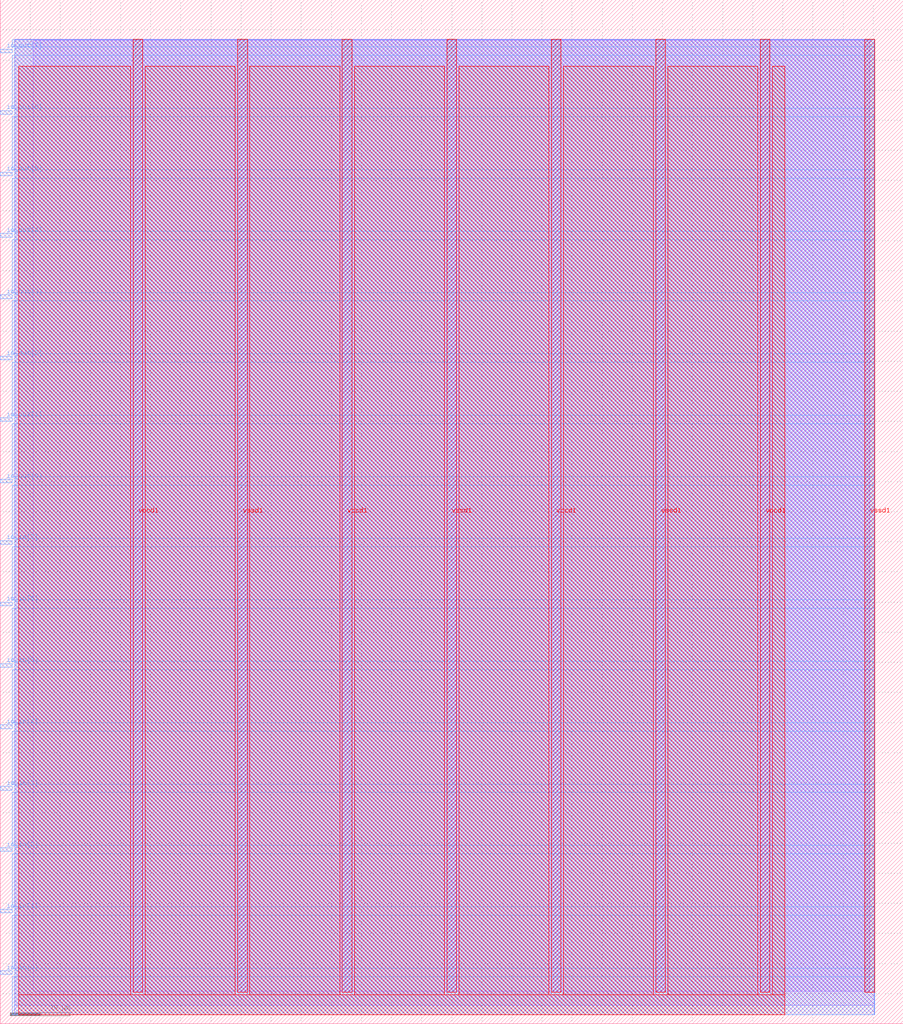
<source format=lef>
VERSION 5.7 ;
  NOWIREEXTENSIONATPIN ON ;
  DIVIDERCHAR "/" ;
  BUSBITCHARS "[]" ;
MACRO option22
  CLASS BLOCK ;
  FOREIGN option22 ;
  ORIGIN 0.000 0.000 ;
  SIZE 150.000 BY 170.000 ;
  PIN io_in[0]
    DIRECTION INPUT ;
    USE SIGNAL ;
    PORT
      LAYER met3 ;
        RECT 0.000 8.200 2.000 8.800 ;
    END
  END io_in[0]
  PIN io_in[1]
    DIRECTION INPUT ;
    USE SIGNAL ;
    PORT
      LAYER met3 ;
        RECT 0.000 18.400 2.000 19.000 ;
    END
  END io_in[1]
  PIN io_in[2]
    DIRECTION INPUT ;
    USE SIGNAL ;
    PORT
      LAYER met3 ;
        RECT 0.000 28.600 2.000 29.200 ;
    END
  END io_in[2]
  PIN io_in[3]
    DIRECTION INPUT ;
    USE SIGNAL ;
    PORT
      LAYER met3 ;
        RECT 0.000 38.800 2.000 39.400 ;
    END
  END io_in[3]
  PIN io_in[4]
    DIRECTION INPUT ;
    USE SIGNAL ;
    PORT
      LAYER met3 ;
        RECT 0.000 49.000 2.000 49.600 ;
    END
  END io_in[4]
  PIN io_in[5]
    DIRECTION INPUT ;
    USE SIGNAL ;
    PORT
      LAYER met3 ;
        RECT 0.000 59.200 2.000 59.800 ;
    END
  END io_in[5]
  PIN io_in[6]
    DIRECTION INPUT ;
    USE SIGNAL ;
    PORT
      LAYER met3 ;
        RECT 0.000 69.400 2.000 70.000 ;
    END
  END io_in[6]
  PIN io_in[7]
    DIRECTION INPUT ;
    USE SIGNAL ;
    PORT
      LAYER met3 ;
        RECT 0.000 79.600 2.000 80.200 ;
    END
  END io_in[7]
  PIN io_out[0]
    DIRECTION OUTPUT TRISTATE ;
    USE SIGNAL ;
    PORT
      LAYER met3 ;
        RECT 0.000 89.800 2.000 90.400 ;
    END
  END io_out[0]
  PIN io_out[1]
    DIRECTION OUTPUT TRISTATE ;
    USE SIGNAL ;
    PORT
      LAYER met3 ;
        RECT 0.000 100.000 2.000 100.600 ;
    END
  END io_out[1]
  PIN io_out[2]
    DIRECTION OUTPUT TRISTATE ;
    USE SIGNAL ;
    PORT
      LAYER met3 ;
        RECT 0.000 110.200 2.000 110.800 ;
    END
  END io_out[2]
  PIN io_out[3]
    DIRECTION OUTPUT TRISTATE ;
    USE SIGNAL ;
    PORT
      LAYER met3 ;
        RECT 0.000 120.400 2.000 121.000 ;
    END
  END io_out[3]
  PIN io_out[4]
    DIRECTION OUTPUT TRISTATE ;
    USE SIGNAL ;
    PORT
      LAYER met3 ;
        RECT 0.000 130.600 2.000 131.200 ;
    END
  END io_out[4]
  PIN io_out[5]
    DIRECTION OUTPUT TRISTATE ;
    USE SIGNAL ;
    PORT
      LAYER met3 ;
        RECT 0.000 140.800 2.000 141.400 ;
    END
  END io_out[5]
  PIN io_out[6]
    DIRECTION OUTPUT TRISTATE ;
    USE SIGNAL ;
    PORT
      LAYER met3 ;
        RECT 0.000 151.000 2.000 151.600 ;
    END
  END io_out[6]
  PIN io_out[7]
    DIRECTION OUTPUT TRISTATE ;
    USE SIGNAL ;
    PORT
      LAYER met3 ;
        RECT 0.000 161.200 2.000 161.800 ;
    END
  END io_out[7]
  PIN vccd1
    DIRECTION INOUT ;
    USE POWER ;
    PORT
      LAYER met4 ;
        RECT 22.085 5.200 23.685 163.440 ;
    END
    PORT
      LAYER met4 ;
        RECT 56.815 5.200 58.415 163.440 ;
    END
    PORT
      LAYER met4 ;
        RECT 91.545 5.200 93.145 163.440 ;
    END
    PORT
      LAYER met4 ;
        RECT 126.275 5.200 127.875 163.440 ;
    END
  END vccd1
  PIN vssd1
    DIRECTION INOUT ;
    USE GROUND ;
    PORT
      LAYER met4 ;
        RECT 39.450 5.200 41.050 163.440 ;
    END
    PORT
      LAYER met4 ;
        RECT 74.180 5.200 75.780 163.440 ;
    END
    PORT
      LAYER met4 ;
        RECT 108.910 5.200 110.510 163.440 ;
    END
    PORT
      LAYER met4 ;
        RECT 143.640 5.200 145.240 163.440 ;
    END
  END vssd1
  OBS
      LAYER li1 ;
        RECT 5.520 5.355 144.440 163.285 ;
      LAYER met1 ;
        RECT 2.370 3.100 145.240 163.440 ;
      LAYER met2 ;
        RECT 2.390 1.515 145.210 163.385 ;
      LAYER met3 ;
        RECT 2.000 162.200 145.230 163.365 ;
        RECT 2.400 160.800 145.230 162.200 ;
        RECT 2.000 152.000 145.230 160.800 ;
        RECT 2.400 150.600 145.230 152.000 ;
        RECT 2.000 141.800 145.230 150.600 ;
        RECT 2.400 140.400 145.230 141.800 ;
        RECT 2.000 131.600 145.230 140.400 ;
        RECT 2.400 130.200 145.230 131.600 ;
        RECT 2.000 121.400 145.230 130.200 ;
        RECT 2.400 120.000 145.230 121.400 ;
        RECT 2.000 111.200 145.230 120.000 ;
        RECT 2.400 109.800 145.230 111.200 ;
        RECT 2.000 101.000 145.230 109.800 ;
        RECT 2.400 99.600 145.230 101.000 ;
        RECT 2.000 90.800 145.230 99.600 ;
        RECT 2.400 89.400 145.230 90.800 ;
        RECT 2.000 80.600 145.230 89.400 ;
        RECT 2.400 79.200 145.230 80.600 ;
        RECT 2.000 70.400 145.230 79.200 ;
        RECT 2.400 69.000 145.230 70.400 ;
        RECT 2.000 60.200 145.230 69.000 ;
        RECT 2.400 58.800 145.230 60.200 ;
        RECT 2.000 50.000 145.230 58.800 ;
        RECT 2.400 48.600 145.230 50.000 ;
        RECT 2.000 39.800 145.230 48.600 ;
        RECT 2.400 38.400 145.230 39.800 ;
        RECT 2.000 29.600 145.230 38.400 ;
        RECT 2.400 28.200 145.230 29.600 ;
        RECT 2.000 19.400 145.230 28.200 ;
        RECT 2.400 18.000 145.230 19.400 ;
        RECT 2.000 9.200 145.230 18.000 ;
        RECT 2.400 7.800 145.230 9.200 ;
        RECT 2.000 1.535 145.230 7.800 ;
      LAYER met4 ;
        RECT 3.055 4.800 21.685 158.945 ;
        RECT 24.085 4.800 39.050 158.945 ;
        RECT 41.450 4.800 56.415 158.945 ;
        RECT 58.815 4.800 73.780 158.945 ;
        RECT 76.180 4.800 91.145 158.945 ;
        RECT 93.545 4.800 108.510 158.945 ;
        RECT 110.910 4.800 125.875 158.945 ;
        RECT 128.275 4.800 130.345 158.945 ;
        RECT 3.055 1.535 130.345 4.800 ;
  END
END option22
END LIBRARY


</source>
